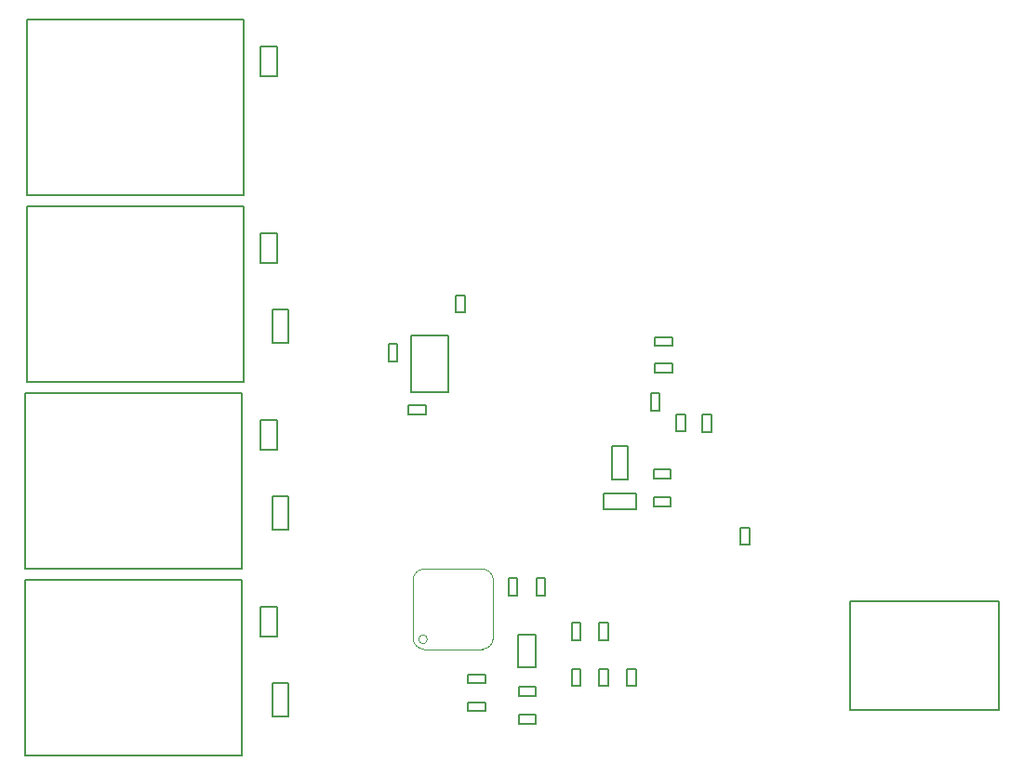
<source format=gbr>
%TF.GenerationSoftware,Altium Limited,Altium Designer,24.9.1 (31)*%
G04 Layer_Color=8388736*
%FSLAX45Y45*%
%MOMM*%
%TF.SameCoordinates,E37428AF-A4AF-452D-A059-51B4F3D01195*%
%TF.FilePolarity,Positive*%
%TF.FileFunction,Other,Top_3D_Body*%
%TF.Part,Single*%
G01*
G75*
%TA.AperFunction,NonConductor*%
%ADD47C,0.20000*%
%ADD51C,0.10000*%
D47*
X11156798Y7774798D02*
X11296802D01*
X11156798D02*
Y8074802D01*
X11296802D01*
Y7774798D02*
Y8074802D01*
X14639301Y7503800D02*
Y7583800D01*
Y7503800D02*
X14799300D01*
Y7583800D01*
X14639301D02*
X14799300D01*
X15067500Y7117500D02*
X15152499D01*
X15067500Y6962500D02*
Y7117500D01*
Y6962500D02*
X15152499D01*
Y7117500D01*
X14827499Y7119039D02*
X14912500D01*
X14827499Y6964039D02*
Y7119039D01*
Y6964039D02*
X14912500D01*
Y7119039D01*
X15417500Y6087500D02*
X15502499D01*
X15417500Y5932500D02*
Y6087500D01*
Y5932500D02*
X15502499D01*
Y6087500D01*
X14629100Y6367099D02*
X14784100D01*
Y6282101D02*
Y6367099D01*
X14629100Y6282101D02*
X14784100D01*
X14629100D02*
Y6367099D01*
X14170000Y6400000D02*
X14470000D01*
X14170000Y6260000D02*
Y6400000D01*
Y6260000D02*
X14470000D01*
Y6400000D01*
X8908298Y5715102D02*
Y7315098D01*
Y5715102D02*
X10878302D01*
Y7315098D01*
X8908298D02*
X10878302D01*
X8920998Y9118702D02*
Y10718698D01*
Y9118702D02*
X10891002D01*
Y10718698D01*
X8920998D02*
X10891002D01*
X11296802Y4371198D02*
Y4671202D01*
X11156798D02*
X11296802D01*
X11156798Y4371198D02*
Y4671202D01*
Y4371198D02*
X11296802D01*
Y6072998D02*
Y6373002D01*
X11156798D02*
X11296802D01*
X11156798Y6072998D02*
Y6373002D01*
Y6072998D02*
X11296802D01*
X8908298Y5613298D02*
X10878302D01*
Y4013302D02*
Y5613298D01*
X8908298Y4013302D02*
X10878302D01*
X8908298D02*
Y5613298D01*
X8920998Y9016898D02*
X10891002D01*
Y7416902D02*
Y9016898D01*
X8920998Y7416902D02*
X10891002D01*
X8920998D02*
Y9016898D01*
X11047700Y5364902D02*
X11202700D01*
X11047700Y5099898D02*
Y5364902D01*
Y5099898D02*
X11202700D01*
Y5364902D01*
X11047700Y7066702D02*
X11202700D01*
X11047700Y6801698D02*
Y7066702D01*
Y6801698D02*
X11202700D01*
Y7066702D01*
X11047700Y8768502D02*
X11202700D01*
X11047700Y8503498D02*
Y8768502D01*
Y8503498D02*
X11202700D01*
Y8768502D01*
X11047700Y10470302D02*
X11202700D01*
X11047700Y10205298D02*
Y10470302D01*
Y10205298D02*
X11202700D01*
Y10470302D01*
X14784100Y6536101D02*
Y6621099D01*
X14629100D02*
X14784100D01*
X14629100Y6536101D02*
Y6621099D01*
Y6536101D02*
X14784100D01*
X14249998Y6529998D02*
X14390002D01*
X14249998D02*
Y6830002D01*
X14390002D01*
Y6529998D02*
Y6830002D01*
X12418202Y7324400D02*
X12753198D01*
Y7839400D01*
X12418202D02*
X12753198D01*
X12418202Y7324400D02*
Y7839400D01*
X14683099Y7153600D02*
Y7313600D01*
X14603101Y7153600D02*
X14683099D01*
X14603101D02*
Y7313600D01*
X14683099D01*
X14130701Y4646900D02*
X14215698D01*
Y4801900D01*
X14130701D02*
X14215698D01*
X14130701Y4646900D02*
Y4801900D01*
X16416801Y4424202D02*
Y5419202D01*
X17766801D01*
Y4424202D02*
Y5419202D01*
X16416801Y4424202D02*
X17766801D01*
X13394701Y5110698D02*
X13554700D01*
Y4820702D02*
Y5110698D01*
X13394701Y4820702D02*
X13554700D01*
X13394701D02*
Y5110698D01*
X14130701Y5066000D02*
Y5221000D01*
X14215698D01*
Y5066000D02*
Y5221000D01*
X14130701Y5066000D02*
X14215698D01*
X13879201Y5063500D02*
Y5223500D01*
X13959200D01*
Y5063500D02*
Y5223500D01*
X13879201Y5063500D02*
X13959200D01*
X14639301Y7745100D02*
Y7825100D01*
Y7745100D02*
X14799300D01*
Y7825100D01*
X14639301D02*
X14799300D01*
X12391400Y7122800D02*
Y7202800D01*
Y7122800D02*
X12551400D01*
Y7202800D01*
X12391400D02*
X12551400D01*
X12215500Y7603500D02*
X12295500D01*
Y7763500D01*
X12215500D02*
X12295500D01*
X12215500Y7603500D02*
Y7763500D01*
X12937500Y4417700D02*
X13097501D01*
X12937500D02*
Y4497700D01*
X13097501D01*
Y4417700D02*
Y4497700D01*
X12937500Y4671700D02*
X13097501D01*
X12937500D02*
Y4751700D01*
X13097501D01*
Y4671700D02*
Y4751700D01*
X13397200Y4639899D02*
X13552200D01*
Y4554901D02*
Y4639899D01*
X13397200Y4554901D02*
X13552200D01*
X13397200D02*
Y4639899D01*
X12822601Y8050500D02*
X12907599D01*
Y8205500D01*
X12822601D02*
X12907599D01*
X12822601Y8050500D02*
Y8205500D01*
X13397200Y4300901D02*
X13552200D01*
X13397200D02*
Y4385899D01*
X13552200D01*
Y4300901D02*
Y4385899D01*
X13307700Y5629900D02*
X13387700D01*
X13307700Y5469900D02*
Y5629900D01*
Y5469900D02*
X13387700D01*
Y5629900D01*
X13561700D02*
X13641701D01*
X13561700Y5469900D02*
Y5629900D01*
Y5469900D02*
X13641701D01*
Y5629900D01*
X13879201Y4644400D02*
Y4804400D01*
X13959200D01*
Y4644400D02*
Y4804400D01*
X13879201Y4644400D02*
X13959200D01*
X14469699Y4646900D02*
Y4801900D01*
X14384702Y4646900D02*
X14469699D01*
X14384702D02*
Y4801900D01*
X14469699D01*
D51*
X12566600Y5071700D02*
G03*
X12566600Y5071700I-40000J0D01*
G01*
X12436600Y5081700D02*
G03*
X12536600Y4981700I100000J0D01*
G01*
X13066600D02*
G03*
X13166600Y5081700I0J100000D01*
G01*
Y5611700D02*
G03*
X13066600Y5711700I-100000J0D01*
G01*
X12536600D02*
G03*
X12436600Y5611700I0J-100000D01*
G01*
X12536602Y5711698D02*
X13066599D01*
X13166599Y5081702D02*
Y5611698D01*
X12436602Y5081702D02*
Y5611698D01*
X12536602Y4981702D02*
X13066599D01*
%TF.MD5,55669ad2f36d70e88fcb88f3307589ba*%
M02*

</source>
